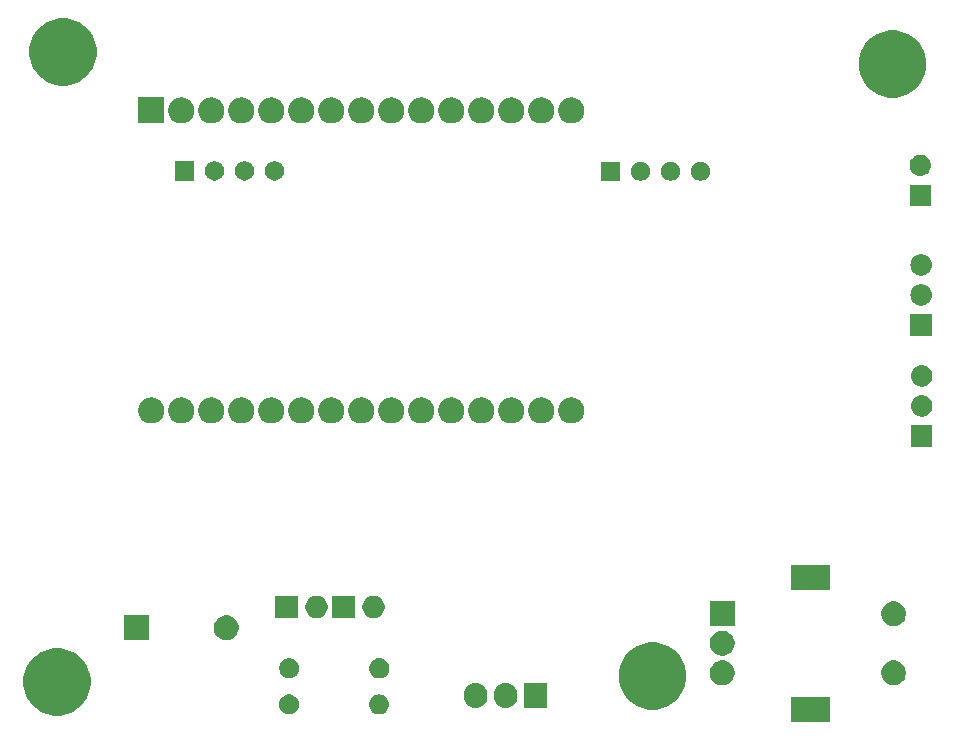
<source format=gbs>
G04 #@! TF.GenerationSoftware,KiCad,Pcbnew,(5.0.2)-1*
G04 #@! TF.CreationDate,2024-08-16T20:27:31+02:00*
G04 #@! TF.ProjectId,MashMachine,4d617368-4d61-4636-9869-6e652e6b6963,rev?*
G04 #@! TF.SameCoordinates,Original*
G04 #@! TF.FileFunction,Soldermask,Bot*
G04 #@! TF.FilePolarity,Negative*
%FSLAX46Y46*%
G04 Gerber Fmt 4.6, Leading zero omitted, Abs format (unit mm)*
G04 Created by KiCad (PCBNEW (5.0.2)-1) date 08/16/24 20:27:31*
%MOMM*%
%LPD*%
G01*
G04 APERTURE LIST*
%ADD10C,0.100000*%
G04 APERTURE END LIST*
D10*
G36*
X166567500Y-140913500D02*
X163265500Y-140913500D01*
X163265500Y-138811500D01*
X166567500Y-138811500D01*
X166567500Y-140913500D01*
X166567500Y-140913500D01*
G37*
G36*
X101648202Y-134744781D02*
X101923606Y-134799562D01*
X102442455Y-135014476D01*
X102743447Y-135215593D01*
X102909410Y-135326486D01*
X103306514Y-135723590D01*
X103306516Y-135723593D01*
X103618524Y-136190545D01*
X103833438Y-136709394D01*
X103864592Y-136866016D01*
X103943000Y-137260200D01*
X103943000Y-137821800D01*
X103892379Y-138076288D01*
X103833438Y-138372606D01*
X103618524Y-138891455D01*
X103380612Y-139247514D01*
X103306514Y-139358410D01*
X102909410Y-139755514D01*
X102909407Y-139755516D01*
X102442455Y-140067524D01*
X101923606Y-140282438D01*
X101372800Y-140392000D01*
X100811200Y-140392000D01*
X100260394Y-140282438D01*
X99741545Y-140067524D01*
X99274593Y-139755516D01*
X99274590Y-139755514D01*
X98877486Y-139358410D01*
X98803388Y-139247514D01*
X98565476Y-138891455D01*
X98350562Y-138372606D01*
X98291621Y-138076288D01*
X98241000Y-137821800D01*
X98241000Y-137260200D01*
X98319408Y-136866016D01*
X98350562Y-136709394D01*
X98565476Y-136190545D01*
X98877484Y-135723593D01*
X98877486Y-135723590D01*
X99274590Y-135326486D01*
X99440553Y-135215593D01*
X99741545Y-135014476D01*
X100260394Y-134799562D01*
X100535798Y-134744781D01*
X100811200Y-134690000D01*
X101372800Y-134690000D01*
X101648202Y-134744781D01*
X101648202Y-134744781D01*
G37*
G36*
X120974428Y-138624893D02*
X121129300Y-138689043D01*
X121268681Y-138782175D01*
X121387215Y-138900709D01*
X121480347Y-139040090D01*
X121544497Y-139194962D01*
X121577200Y-139359374D01*
X121577200Y-139527006D01*
X121544497Y-139691418D01*
X121480347Y-139846290D01*
X121387215Y-139985671D01*
X121268681Y-140104205D01*
X121129300Y-140197337D01*
X120974428Y-140261487D01*
X120810016Y-140294190D01*
X120642384Y-140294190D01*
X120477972Y-140261487D01*
X120323100Y-140197337D01*
X120183719Y-140104205D01*
X120065185Y-139985671D01*
X119972053Y-139846290D01*
X119907903Y-139691418D01*
X119875200Y-139527006D01*
X119875200Y-139359374D01*
X119907903Y-139194962D01*
X119972053Y-139040090D01*
X120065185Y-138900709D01*
X120183719Y-138782175D01*
X120323100Y-138689043D01*
X120477972Y-138624893D01*
X120642384Y-138592190D01*
X120810016Y-138592190D01*
X120974428Y-138624893D01*
X120974428Y-138624893D01*
G37*
G36*
X128513021Y-138604503D02*
X128513024Y-138604504D01*
X128513025Y-138604504D01*
X128673439Y-138653165D01*
X128673441Y-138653166D01*
X128673444Y-138653167D01*
X128821278Y-138732185D01*
X128950859Y-138838531D01*
X129057205Y-138968112D01*
X129136223Y-139115946D01*
X129136224Y-139115949D01*
X129136225Y-139115951D01*
X129184886Y-139276365D01*
X129184887Y-139276369D01*
X129201317Y-139443190D01*
X129184887Y-139610011D01*
X129184886Y-139610014D01*
X129184886Y-139610015D01*
X129140749Y-139755516D01*
X129136223Y-139770434D01*
X129057205Y-139918268D01*
X128950859Y-140047849D01*
X128821278Y-140154195D01*
X128673444Y-140233213D01*
X128673441Y-140233214D01*
X128673439Y-140233215D01*
X128513025Y-140281876D01*
X128513024Y-140281876D01*
X128513021Y-140281877D01*
X128388004Y-140294190D01*
X128304396Y-140294190D01*
X128179379Y-140281877D01*
X128179376Y-140281876D01*
X128179375Y-140281876D01*
X128018961Y-140233215D01*
X128018959Y-140233214D01*
X128018956Y-140233213D01*
X127871122Y-140154195D01*
X127741541Y-140047849D01*
X127635195Y-139918268D01*
X127556177Y-139770434D01*
X127551652Y-139755516D01*
X127507514Y-139610015D01*
X127507514Y-139610014D01*
X127507513Y-139610011D01*
X127491083Y-139443190D01*
X127507513Y-139276369D01*
X127507514Y-139276365D01*
X127556175Y-139115951D01*
X127556176Y-139115949D01*
X127556177Y-139115946D01*
X127635195Y-138968112D01*
X127741541Y-138838531D01*
X127871122Y-138732185D01*
X128018956Y-138653167D01*
X128018959Y-138653166D01*
X128018961Y-138653165D01*
X128179375Y-138604504D01*
X128179376Y-138604504D01*
X128179379Y-138604503D01*
X128304396Y-138592190D01*
X128388004Y-138592190D01*
X128513021Y-138604503D01*
X128513021Y-138604503D01*
G37*
G36*
X152342606Y-134291562D02*
X152861455Y-134506476D01*
X153241381Y-134760335D01*
X153328410Y-134818486D01*
X153725514Y-135215590D01*
X153725516Y-135215593D01*
X154037524Y-135682545D01*
X154252438Y-136201394D01*
X154273809Y-136308834D01*
X154353486Y-136709395D01*
X154362000Y-136752201D01*
X154362000Y-137313799D01*
X154252438Y-137864606D01*
X154037524Y-138383455D01*
X153751513Y-138811500D01*
X153725514Y-138850410D01*
X153328410Y-139247514D01*
X153328407Y-139247516D01*
X152861455Y-139559524D01*
X152342606Y-139774438D01*
X152067202Y-139829219D01*
X151791800Y-139884000D01*
X151230200Y-139884000D01*
X150954798Y-139829219D01*
X150679394Y-139774438D01*
X150160545Y-139559524D01*
X149693593Y-139247516D01*
X149693590Y-139247514D01*
X149296486Y-138850410D01*
X149270487Y-138811500D01*
X148984476Y-138383455D01*
X148769562Y-137864606D01*
X148660000Y-137313799D01*
X148660000Y-136752201D01*
X148668515Y-136709395D01*
X148748191Y-136308834D01*
X148769562Y-136201394D01*
X148984476Y-135682545D01*
X149296484Y-135215593D01*
X149296486Y-135215590D01*
X149693590Y-134818486D01*
X149780619Y-134760335D01*
X150160545Y-134506476D01*
X150679394Y-134291562D01*
X151230200Y-134182000D01*
X151791800Y-134182000D01*
X152342606Y-134291562D01*
X152342606Y-134291562D01*
G37*
G36*
X136721720Y-137647520D02*
X136910881Y-137704901D01*
X137085212Y-137798083D01*
X137238015Y-137923485D01*
X137363417Y-138076288D01*
X137456599Y-138250620D01*
X137513980Y-138439781D01*
X137528500Y-138587207D01*
X137528500Y-138780794D01*
X137513980Y-138928220D01*
X137456599Y-139117381D01*
X137363417Y-139291712D01*
X137238015Y-139444515D01*
X137085212Y-139569917D01*
X136910880Y-139663099D01*
X136721719Y-139720480D01*
X136525000Y-139739855D01*
X136328280Y-139720480D01*
X136139119Y-139663099D01*
X135964788Y-139569917D01*
X135811985Y-139444515D01*
X135686583Y-139291712D01*
X135593401Y-139117380D01*
X135536020Y-138928219D01*
X135521500Y-138780793D01*
X135521500Y-138587206D01*
X135536020Y-138439780D01*
X135593401Y-138250619D01*
X135686583Y-138076288D01*
X135811985Y-137923485D01*
X135964788Y-137798083D01*
X136139120Y-137704901D01*
X136328281Y-137647520D01*
X136525000Y-137628145D01*
X136721720Y-137647520D01*
X136721720Y-137647520D01*
G37*
G36*
X139261720Y-137647520D02*
X139450881Y-137704901D01*
X139625212Y-137798083D01*
X139778015Y-137923485D01*
X139903417Y-138076288D01*
X139996599Y-138250620D01*
X140053980Y-138439781D01*
X140068500Y-138587207D01*
X140068500Y-138780794D01*
X140053980Y-138928220D01*
X139996599Y-139117381D01*
X139903417Y-139291712D01*
X139778015Y-139444515D01*
X139625212Y-139569917D01*
X139450880Y-139663099D01*
X139261719Y-139720480D01*
X139065000Y-139739855D01*
X138868280Y-139720480D01*
X138679119Y-139663099D01*
X138504788Y-139569917D01*
X138351985Y-139444515D01*
X138226583Y-139291712D01*
X138133401Y-139117380D01*
X138076020Y-138928219D01*
X138061500Y-138780793D01*
X138061500Y-138587206D01*
X138076020Y-138439780D01*
X138133401Y-138250619D01*
X138226583Y-138076288D01*
X138351985Y-137923485D01*
X138504788Y-137798083D01*
X138679120Y-137704901D01*
X138868281Y-137647520D01*
X139065000Y-137628145D01*
X139261720Y-137647520D01*
X139261720Y-137647520D01*
G37*
G36*
X142608500Y-139735000D02*
X140601500Y-139735000D01*
X140601500Y-137633000D01*
X142608500Y-137633000D01*
X142608500Y-139735000D01*
X142608500Y-139735000D01*
G37*
G36*
X157723065Y-135751889D02*
X157914334Y-135831115D01*
X158086476Y-135946137D01*
X158232863Y-136092524D01*
X158347885Y-136264666D01*
X158427111Y-136455935D01*
X158467500Y-136658984D01*
X158467500Y-136866016D01*
X158427111Y-137069065D01*
X158347885Y-137260334D01*
X158232863Y-137432476D01*
X158086476Y-137578863D01*
X157914334Y-137693885D01*
X157723065Y-137773111D01*
X157520016Y-137813500D01*
X157312984Y-137813500D01*
X157109935Y-137773111D01*
X156918666Y-137693885D01*
X156746524Y-137578863D01*
X156600137Y-137432476D01*
X156485115Y-137260334D01*
X156405889Y-137069065D01*
X156365500Y-136866016D01*
X156365500Y-136658984D01*
X156405889Y-136455935D01*
X156485115Y-136264666D01*
X156600137Y-136092524D01*
X156746524Y-135946137D01*
X156918666Y-135831115D01*
X157109935Y-135751889D01*
X157312984Y-135711500D01*
X157520016Y-135711500D01*
X157723065Y-135751889D01*
X157723065Y-135751889D01*
G37*
G36*
X172223065Y-135751889D02*
X172414334Y-135831115D01*
X172586476Y-135946137D01*
X172732863Y-136092524D01*
X172847885Y-136264666D01*
X172927111Y-136455935D01*
X172967500Y-136658984D01*
X172967500Y-136866016D01*
X172927111Y-137069065D01*
X172847885Y-137260334D01*
X172732863Y-137432476D01*
X172586476Y-137578863D01*
X172414334Y-137693885D01*
X172223065Y-137773111D01*
X172020016Y-137813500D01*
X171812984Y-137813500D01*
X171609935Y-137773111D01*
X171418666Y-137693885D01*
X171246524Y-137578863D01*
X171100137Y-137432476D01*
X170985115Y-137260334D01*
X170905889Y-137069065D01*
X170865500Y-136866016D01*
X170865500Y-136658984D01*
X170905889Y-136455935D01*
X170985115Y-136264666D01*
X171100137Y-136092524D01*
X171246524Y-135946137D01*
X171418666Y-135831115D01*
X171609935Y-135751889D01*
X171812984Y-135711500D01*
X172020016Y-135711500D01*
X172223065Y-135751889D01*
X172223065Y-135751889D01*
G37*
G36*
X128535881Y-135553963D02*
X128535884Y-135553964D01*
X128535885Y-135553964D01*
X128696299Y-135602625D01*
X128696301Y-135602626D01*
X128696304Y-135602627D01*
X128844138Y-135681645D01*
X128973719Y-135787991D01*
X129080065Y-135917572D01*
X129159083Y-136065406D01*
X129159084Y-136065409D01*
X129159085Y-136065411D01*
X129197044Y-136190545D01*
X129207747Y-136225829D01*
X129224177Y-136392650D01*
X129207747Y-136559471D01*
X129207746Y-136559474D01*
X129207746Y-136559475D01*
X129162269Y-136709394D01*
X129159083Y-136719894D01*
X129080065Y-136867728D01*
X128973719Y-136997309D01*
X128844138Y-137103655D01*
X128696304Y-137182673D01*
X128696301Y-137182674D01*
X128696299Y-137182675D01*
X128535885Y-137231336D01*
X128535884Y-137231336D01*
X128535881Y-137231337D01*
X128410864Y-137243650D01*
X128327256Y-137243650D01*
X128202239Y-137231337D01*
X128202236Y-137231336D01*
X128202235Y-137231336D01*
X128041821Y-137182675D01*
X128041819Y-137182674D01*
X128041816Y-137182673D01*
X127893982Y-137103655D01*
X127764401Y-136997309D01*
X127658055Y-136867728D01*
X127579037Y-136719894D01*
X127575852Y-136709394D01*
X127530374Y-136559475D01*
X127530374Y-136559474D01*
X127530373Y-136559471D01*
X127513943Y-136392650D01*
X127530373Y-136225829D01*
X127541076Y-136190545D01*
X127579035Y-136065411D01*
X127579036Y-136065409D01*
X127579037Y-136065406D01*
X127658055Y-135917572D01*
X127764401Y-135787991D01*
X127893982Y-135681645D01*
X128041816Y-135602627D01*
X128041819Y-135602626D01*
X128041821Y-135602625D01*
X128202235Y-135553964D01*
X128202236Y-135553964D01*
X128202239Y-135553963D01*
X128327256Y-135541650D01*
X128410864Y-135541650D01*
X128535881Y-135553963D01*
X128535881Y-135553963D01*
G37*
G36*
X120997288Y-135574353D02*
X121152160Y-135638503D01*
X121291541Y-135731635D01*
X121410075Y-135850169D01*
X121503207Y-135989550D01*
X121567357Y-136144422D01*
X121600060Y-136308834D01*
X121600060Y-136476466D01*
X121567357Y-136640878D01*
X121503207Y-136795750D01*
X121410075Y-136935131D01*
X121291541Y-137053665D01*
X121152160Y-137146797D01*
X120997288Y-137210947D01*
X120832876Y-137243650D01*
X120665244Y-137243650D01*
X120500832Y-137210947D01*
X120345960Y-137146797D01*
X120206579Y-137053665D01*
X120088045Y-136935131D01*
X119994913Y-136795750D01*
X119930763Y-136640878D01*
X119898060Y-136476466D01*
X119898060Y-136308834D01*
X119930763Y-136144422D01*
X119994913Y-135989550D01*
X120088045Y-135850169D01*
X120206579Y-135731635D01*
X120345960Y-135638503D01*
X120500832Y-135574353D01*
X120665244Y-135541650D01*
X120832876Y-135541650D01*
X120997288Y-135574353D01*
X120997288Y-135574353D01*
G37*
G36*
X157723065Y-133251889D02*
X157914334Y-133331115D01*
X158086476Y-133446137D01*
X158232863Y-133592524D01*
X158347885Y-133764666D01*
X158427111Y-133955935D01*
X158467500Y-134158984D01*
X158467500Y-134366016D01*
X158427111Y-134569065D01*
X158347885Y-134760334D01*
X158232863Y-134932476D01*
X158086476Y-135078863D01*
X157914334Y-135193885D01*
X157723065Y-135273111D01*
X157520016Y-135313500D01*
X157312984Y-135313500D01*
X157109935Y-135273111D01*
X156918666Y-135193885D01*
X156746524Y-135078863D01*
X156600137Y-134932476D01*
X156485115Y-134760334D01*
X156405889Y-134569065D01*
X156365500Y-134366016D01*
X156365500Y-134158984D01*
X156405889Y-133955935D01*
X156485115Y-133764666D01*
X156600137Y-133592524D01*
X156746524Y-133446137D01*
X156918666Y-133331115D01*
X157109935Y-133251889D01*
X157312984Y-133211500D01*
X157520016Y-133211500D01*
X157723065Y-133251889D01*
X157723065Y-133251889D01*
G37*
G36*
X108884160Y-133999680D02*
X106782160Y-133999680D01*
X106782160Y-131897680D01*
X108884160Y-131897680D01*
X108884160Y-133999680D01*
X108884160Y-133999680D01*
G37*
G36*
X115739725Y-131938069D02*
X115930994Y-132017295D01*
X116103136Y-132132317D01*
X116249523Y-132278704D01*
X116364545Y-132450846D01*
X116443771Y-132642115D01*
X116484160Y-132845164D01*
X116484160Y-133052196D01*
X116443771Y-133255245D01*
X116364545Y-133446514D01*
X116249523Y-133618656D01*
X116103136Y-133765043D01*
X115930994Y-133880065D01*
X115739725Y-133959291D01*
X115536676Y-133999680D01*
X115329644Y-133999680D01*
X115126595Y-133959291D01*
X114935326Y-133880065D01*
X114763184Y-133765043D01*
X114616797Y-133618656D01*
X114501775Y-133446514D01*
X114422549Y-133255245D01*
X114382160Y-133052196D01*
X114382160Y-132845164D01*
X114422549Y-132642115D01*
X114501775Y-132450846D01*
X114616797Y-132278704D01*
X114763184Y-132132317D01*
X114935326Y-132017295D01*
X115126595Y-131938069D01*
X115329644Y-131897680D01*
X115536676Y-131897680D01*
X115739725Y-131938069D01*
X115739725Y-131938069D01*
G37*
G36*
X172223065Y-130751889D02*
X172414334Y-130831115D01*
X172586476Y-130946137D01*
X172732863Y-131092524D01*
X172847885Y-131264666D01*
X172927111Y-131455935D01*
X172967500Y-131658984D01*
X172967500Y-131866016D01*
X172927111Y-132069065D01*
X172847885Y-132260334D01*
X172732863Y-132432476D01*
X172586476Y-132578863D01*
X172414334Y-132693885D01*
X172223065Y-132773111D01*
X172020016Y-132813500D01*
X171812984Y-132813500D01*
X171609935Y-132773111D01*
X171418666Y-132693885D01*
X171246524Y-132578863D01*
X171100137Y-132432476D01*
X170985115Y-132260334D01*
X170905889Y-132069065D01*
X170865500Y-131866016D01*
X170865500Y-131658984D01*
X170905889Y-131455935D01*
X170985115Y-131264666D01*
X171100137Y-131092524D01*
X171246524Y-130946137D01*
X171418666Y-130831115D01*
X171609935Y-130751889D01*
X171812984Y-130711500D01*
X172020016Y-130711500D01*
X172223065Y-130751889D01*
X172223065Y-130751889D01*
G37*
G36*
X158467500Y-132813500D02*
X156365500Y-132813500D01*
X156365500Y-130711500D01*
X158467500Y-130711500D01*
X158467500Y-132813500D01*
X158467500Y-132813500D01*
G37*
G36*
X128166396Y-130276546D02*
X128339466Y-130348234D01*
X128495230Y-130452312D01*
X128627688Y-130584770D01*
X128731766Y-130740534D01*
X128803454Y-130913604D01*
X128840000Y-131097333D01*
X128840000Y-131284667D01*
X128803454Y-131468396D01*
X128731766Y-131641466D01*
X128627688Y-131797230D01*
X128495230Y-131929688D01*
X128339466Y-132033766D01*
X128166396Y-132105454D01*
X127982667Y-132142000D01*
X127795333Y-132142000D01*
X127611604Y-132105454D01*
X127438534Y-132033766D01*
X127282770Y-131929688D01*
X127150312Y-131797230D01*
X127046234Y-131641466D01*
X126974546Y-131468396D01*
X126938000Y-131284667D01*
X126938000Y-131097333D01*
X126974546Y-130913604D01*
X127046234Y-130740534D01*
X127150312Y-130584770D01*
X127282770Y-130452312D01*
X127438534Y-130348234D01*
X127611604Y-130276546D01*
X127795333Y-130240000D01*
X127982667Y-130240000D01*
X128166396Y-130276546D01*
X128166396Y-130276546D01*
G37*
G36*
X126300000Y-132142000D02*
X124398000Y-132142000D01*
X124398000Y-130240000D01*
X126300000Y-130240000D01*
X126300000Y-132142000D01*
X126300000Y-132142000D01*
G37*
G36*
X123340396Y-130276546D02*
X123513466Y-130348234D01*
X123669230Y-130452312D01*
X123801688Y-130584770D01*
X123905766Y-130740534D01*
X123977454Y-130913604D01*
X124014000Y-131097333D01*
X124014000Y-131284667D01*
X123977454Y-131468396D01*
X123905766Y-131641466D01*
X123801688Y-131797230D01*
X123669230Y-131929688D01*
X123513466Y-132033766D01*
X123340396Y-132105454D01*
X123156667Y-132142000D01*
X122969333Y-132142000D01*
X122785604Y-132105454D01*
X122612534Y-132033766D01*
X122456770Y-131929688D01*
X122324312Y-131797230D01*
X122220234Y-131641466D01*
X122148546Y-131468396D01*
X122112000Y-131284667D01*
X122112000Y-131097333D01*
X122148546Y-130913604D01*
X122220234Y-130740534D01*
X122324312Y-130584770D01*
X122456770Y-130452312D01*
X122612534Y-130348234D01*
X122785604Y-130276546D01*
X122969333Y-130240000D01*
X123156667Y-130240000D01*
X123340396Y-130276546D01*
X123340396Y-130276546D01*
G37*
G36*
X121474000Y-132142000D02*
X119572000Y-132142000D01*
X119572000Y-130240000D01*
X121474000Y-130240000D01*
X121474000Y-132142000D01*
X121474000Y-132142000D01*
G37*
G36*
X166567500Y-129713500D02*
X163265500Y-129713500D01*
X163265500Y-127611500D01*
X166567500Y-127611500D01*
X166567500Y-129713500D01*
X166567500Y-129713500D01*
G37*
G36*
X175208500Y-117614000D02*
X173406500Y-117614000D01*
X173406500Y-115812000D01*
X175208500Y-115812000D01*
X175208500Y-117614000D01*
X175208500Y-117614000D01*
G37*
G36*
X144793764Y-113462587D02*
X144953442Y-113494349D01*
X145153993Y-113577420D01*
X145292561Y-113670009D01*
X145334487Y-113698023D01*
X145487977Y-113851513D01*
X145487979Y-113851516D01*
X145608580Y-114032007D01*
X145691651Y-114232558D01*
X145714937Y-114349625D01*
X145734000Y-114445461D01*
X145734000Y-114662539D01*
X145731324Y-114675991D01*
X145691651Y-114875442D01*
X145608580Y-115075993D01*
X145488523Y-115255670D01*
X145487977Y-115256487D01*
X145334487Y-115409977D01*
X145334484Y-115409979D01*
X145153993Y-115530580D01*
X144953442Y-115613651D01*
X144793764Y-115645413D01*
X144740539Y-115656000D01*
X144523461Y-115656000D01*
X144470236Y-115645413D01*
X144310558Y-115613651D01*
X144110007Y-115530580D01*
X143929516Y-115409979D01*
X143929513Y-115409977D01*
X143776023Y-115256487D01*
X143775477Y-115255670D01*
X143655420Y-115075993D01*
X143572349Y-114875442D01*
X143532676Y-114675991D01*
X143530000Y-114662539D01*
X143530000Y-114445461D01*
X143549063Y-114349625D01*
X143572349Y-114232558D01*
X143655420Y-114032007D01*
X143776021Y-113851516D01*
X143776023Y-113851513D01*
X143929513Y-113698023D01*
X143971439Y-113670009D01*
X144110007Y-113577420D01*
X144310558Y-113494349D01*
X144470236Y-113462587D01*
X144523461Y-113452000D01*
X144740539Y-113452000D01*
X144793764Y-113462587D01*
X144793764Y-113462587D01*
G37*
G36*
X142253764Y-113462587D02*
X142413442Y-113494349D01*
X142613993Y-113577420D01*
X142752561Y-113670009D01*
X142794487Y-113698023D01*
X142947977Y-113851513D01*
X142947979Y-113851516D01*
X143068580Y-114032007D01*
X143151651Y-114232558D01*
X143174937Y-114349625D01*
X143194000Y-114445461D01*
X143194000Y-114662539D01*
X143191324Y-114675991D01*
X143151651Y-114875442D01*
X143068580Y-115075993D01*
X142948523Y-115255670D01*
X142947977Y-115256487D01*
X142794487Y-115409977D01*
X142794484Y-115409979D01*
X142613993Y-115530580D01*
X142413442Y-115613651D01*
X142253764Y-115645413D01*
X142200539Y-115656000D01*
X141983461Y-115656000D01*
X141930236Y-115645413D01*
X141770558Y-115613651D01*
X141570007Y-115530580D01*
X141389516Y-115409979D01*
X141389513Y-115409977D01*
X141236023Y-115256487D01*
X141235477Y-115255670D01*
X141115420Y-115075993D01*
X141032349Y-114875442D01*
X140992676Y-114675991D01*
X140990000Y-114662539D01*
X140990000Y-114445461D01*
X141009063Y-114349625D01*
X141032349Y-114232558D01*
X141115420Y-114032007D01*
X141236021Y-113851516D01*
X141236023Y-113851513D01*
X141389513Y-113698023D01*
X141431439Y-113670009D01*
X141570007Y-113577420D01*
X141770558Y-113494349D01*
X141930236Y-113462587D01*
X141983461Y-113452000D01*
X142200539Y-113452000D01*
X142253764Y-113462587D01*
X142253764Y-113462587D01*
G37*
G36*
X139713764Y-113462587D02*
X139873442Y-113494349D01*
X140073993Y-113577420D01*
X140212561Y-113670009D01*
X140254487Y-113698023D01*
X140407977Y-113851513D01*
X140407979Y-113851516D01*
X140528580Y-114032007D01*
X140611651Y-114232558D01*
X140634937Y-114349625D01*
X140654000Y-114445461D01*
X140654000Y-114662539D01*
X140651324Y-114675991D01*
X140611651Y-114875442D01*
X140528580Y-115075993D01*
X140408523Y-115255670D01*
X140407977Y-115256487D01*
X140254487Y-115409977D01*
X140254484Y-115409979D01*
X140073993Y-115530580D01*
X139873442Y-115613651D01*
X139713764Y-115645413D01*
X139660539Y-115656000D01*
X139443461Y-115656000D01*
X139390236Y-115645413D01*
X139230558Y-115613651D01*
X139030007Y-115530580D01*
X138849516Y-115409979D01*
X138849513Y-115409977D01*
X138696023Y-115256487D01*
X138695477Y-115255670D01*
X138575420Y-115075993D01*
X138492349Y-114875442D01*
X138452676Y-114675991D01*
X138450000Y-114662539D01*
X138450000Y-114445461D01*
X138469063Y-114349625D01*
X138492349Y-114232558D01*
X138575420Y-114032007D01*
X138696021Y-113851516D01*
X138696023Y-113851513D01*
X138849513Y-113698023D01*
X138891439Y-113670009D01*
X139030007Y-113577420D01*
X139230558Y-113494349D01*
X139390236Y-113462587D01*
X139443461Y-113452000D01*
X139660539Y-113452000D01*
X139713764Y-113462587D01*
X139713764Y-113462587D01*
G37*
G36*
X137173764Y-113462587D02*
X137333442Y-113494349D01*
X137533993Y-113577420D01*
X137672561Y-113670009D01*
X137714487Y-113698023D01*
X137867977Y-113851513D01*
X137867979Y-113851516D01*
X137988580Y-114032007D01*
X138071651Y-114232558D01*
X138094937Y-114349625D01*
X138114000Y-114445461D01*
X138114000Y-114662539D01*
X138111324Y-114675991D01*
X138071651Y-114875442D01*
X137988580Y-115075993D01*
X137868523Y-115255670D01*
X137867977Y-115256487D01*
X137714487Y-115409977D01*
X137714484Y-115409979D01*
X137533993Y-115530580D01*
X137333442Y-115613651D01*
X137173764Y-115645413D01*
X137120539Y-115656000D01*
X136903461Y-115656000D01*
X136850236Y-115645413D01*
X136690558Y-115613651D01*
X136490007Y-115530580D01*
X136309516Y-115409979D01*
X136309513Y-115409977D01*
X136156023Y-115256487D01*
X136155477Y-115255670D01*
X136035420Y-115075993D01*
X135952349Y-114875442D01*
X135912676Y-114675991D01*
X135910000Y-114662539D01*
X135910000Y-114445461D01*
X135929063Y-114349625D01*
X135952349Y-114232558D01*
X136035420Y-114032007D01*
X136156021Y-113851516D01*
X136156023Y-113851513D01*
X136309513Y-113698023D01*
X136351439Y-113670009D01*
X136490007Y-113577420D01*
X136690558Y-113494349D01*
X136850236Y-113462587D01*
X136903461Y-113452000D01*
X137120539Y-113452000D01*
X137173764Y-113462587D01*
X137173764Y-113462587D01*
G37*
G36*
X134633764Y-113462587D02*
X134793442Y-113494349D01*
X134993993Y-113577420D01*
X135132561Y-113670009D01*
X135174487Y-113698023D01*
X135327977Y-113851513D01*
X135327979Y-113851516D01*
X135448580Y-114032007D01*
X135531651Y-114232558D01*
X135554937Y-114349625D01*
X135574000Y-114445461D01*
X135574000Y-114662539D01*
X135571324Y-114675991D01*
X135531651Y-114875442D01*
X135448580Y-115075993D01*
X135328523Y-115255670D01*
X135327977Y-115256487D01*
X135174487Y-115409977D01*
X135174484Y-115409979D01*
X134993993Y-115530580D01*
X134793442Y-115613651D01*
X134633764Y-115645413D01*
X134580539Y-115656000D01*
X134363461Y-115656000D01*
X134310236Y-115645413D01*
X134150558Y-115613651D01*
X133950007Y-115530580D01*
X133769516Y-115409979D01*
X133769513Y-115409977D01*
X133616023Y-115256487D01*
X133615477Y-115255670D01*
X133495420Y-115075993D01*
X133412349Y-114875442D01*
X133372676Y-114675991D01*
X133370000Y-114662539D01*
X133370000Y-114445461D01*
X133389063Y-114349625D01*
X133412349Y-114232558D01*
X133495420Y-114032007D01*
X133616021Y-113851516D01*
X133616023Y-113851513D01*
X133769513Y-113698023D01*
X133811439Y-113670009D01*
X133950007Y-113577420D01*
X134150558Y-113494349D01*
X134310236Y-113462587D01*
X134363461Y-113452000D01*
X134580539Y-113452000D01*
X134633764Y-113462587D01*
X134633764Y-113462587D01*
G37*
G36*
X132093764Y-113462587D02*
X132253442Y-113494349D01*
X132453993Y-113577420D01*
X132592561Y-113670009D01*
X132634487Y-113698023D01*
X132787977Y-113851513D01*
X132787979Y-113851516D01*
X132908580Y-114032007D01*
X132991651Y-114232558D01*
X133014937Y-114349625D01*
X133034000Y-114445461D01*
X133034000Y-114662539D01*
X133031324Y-114675991D01*
X132991651Y-114875442D01*
X132908580Y-115075993D01*
X132788523Y-115255670D01*
X132787977Y-115256487D01*
X132634487Y-115409977D01*
X132634484Y-115409979D01*
X132453993Y-115530580D01*
X132253442Y-115613651D01*
X132093764Y-115645413D01*
X132040539Y-115656000D01*
X131823461Y-115656000D01*
X131770236Y-115645413D01*
X131610558Y-115613651D01*
X131410007Y-115530580D01*
X131229516Y-115409979D01*
X131229513Y-115409977D01*
X131076023Y-115256487D01*
X131075477Y-115255670D01*
X130955420Y-115075993D01*
X130872349Y-114875442D01*
X130832676Y-114675991D01*
X130830000Y-114662539D01*
X130830000Y-114445461D01*
X130849063Y-114349625D01*
X130872349Y-114232558D01*
X130955420Y-114032007D01*
X131076021Y-113851516D01*
X131076023Y-113851513D01*
X131229513Y-113698023D01*
X131271439Y-113670009D01*
X131410007Y-113577420D01*
X131610558Y-113494349D01*
X131770236Y-113462587D01*
X131823461Y-113452000D01*
X132040539Y-113452000D01*
X132093764Y-113462587D01*
X132093764Y-113462587D01*
G37*
G36*
X129553764Y-113462587D02*
X129713442Y-113494349D01*
X129913993Y-113577420D01*
X130052561Y-113670009D01*
X130094487Y-113698023D01*
X130247977Y-113851513D01*
X130247979Y-113851516D01*
X130368580Y-114032007D01*
X130451651Y-114232558D01*
X130474937Y-114349625D01*
X130494000Y-114445461D01*
X130494000Y-114662539D01*
X130491324Y-114675991D01*
X130451651Y-114875442D01*
X130368580Y-115075993D01*
X130248523Y-115255670D01*
X130247977Y-115256487D01*
X130094487Y-115409977D01*
X130094484Y-115409979D01*
X129913993Y-115530580D01*
X129713442Y-115613651D01*
X129553764Y-115645413D01*
X129500539Y-115656000D01*
X129283461Y-115656000D01*
X129230236Y-115645413D01*
X129070558Y-115613651D01*
X128870007Y-115530580D01*
X128689516Y-115409979D01*
X128689513Y-115409977D01*
X128536023Y-115256487D01*
X128535477Y-115255670D01*
X128415420Y-115075993D01*
X128332349Y-114875442D01*
X128292676Y-114675991D01*
X128290000Y-114662539D01*
X128290000Y-114445461D01*
X128309063Y-114349625D01*
X128332349Y-114232558D01*
X128415420Y-114032007D01*
X128536021Y-113851516D01*
X128536023Y-113851513D01*
X128689513Y-113698023D01*
X128731439Y-113670009D01*
X128870007Y-113577420D01*
X129070558Y-113494349D01*
X129230236Y-113462587D01*
X129283461Y-113452000D01*
X129500539Y-113452000D01*
X129553764Y-113462587D01*
X129553764Y-113462587D01*
G37*
G36*
X124473764Y-113462587D02*
X124633442Y-113494349D01*
X124833993Y-113577420D01*
X124972561Y-113670009D01*
X125014487Y-113698023D01*
X125167977Y-113851513D01*
X125167979Y-113851516D01*
X125288580Y-114032007D01*
X125371651Y-114232558D01*
X125394937Y-114349625D01*
X125414000Y-114445461D01*
X125414000Y-114662539D01*
X125411324Y-114675991D01*
X125371651Y-114875442D01*
X125288580Y-115075993D01*
X125168523Y-115255670D01*
X125167977Y-115256487D01*
X125014487Y-115409977D01*
X125014484Y-115409979D01*
X124833993Y-115530580D01*
X124633442Y-115613651D01*
X124473764Y-115645413D01*
X124420539Y-115656000D01*
X124203461Y-115656000D01*
X124150236Y-115645413D01*
X123990558Y-115613651D01*
X123790007Y-115530580D01*
X123609516Y-115409979D01*
X123609513Y-115409977D01*
X123456023Y-115256487D01*
X123455477Y-115255670D01*
X123335420Y-115075993D01*
X123252349Y-114875442D01*
X123212676Y-114675991D01*
X123210000Y-114662539D01*
X123210000Y-114445461D01*
X123229063Y-114349625D01*
X123252349Y-114232558D01*
X123335420Y-114032007D01*
X123456021Y-113851516D01*
X123456023Y-113851513D01*
X123609513Y-113698023D01*
X123651439Y-113670009D01*
X123790007Y-113577420D01*
X123990558Y-113494349D01*
X124150236Y-113462587D01*
X124203461Y-113452000D01*
X124420539Y-113452000D01*
X124473764Y-113462587D01*
X124473764Y-113462587D01*
G37*
G36*
X127013764Y-113462587D02*
X127173442Y-113494349D01*
X127373993Y-113577420D01*
X127512561Y-113670009D01*
X127554487Y-113698023D01*
X127707977Y-113851513D01*
X127707979Y-113851516D01*
X127828580Y-114032007D01*
X127911651Y-114232558D01*
X127934937Y-114349625D01*
X127954000Y-114445461D01*
X127954000Y-114662539D01*
X127951324Y-114675991D01*
X127911651Y-114875442D01*
X127828580Y-115075993D01*
X127708523Y-115255670D01*
X127707977Y-115256487D01*
X127554487Y-115409977D01*
X127554484Y-115409979D01*
X127373993Y-115530580D01*
X127173442Y-115613651D01*
X127013764Y-115645413D01*
X126960539Y-115656000D01*
X126743461Y-115656000D01*
X126690236Y-115645413D01*
X126530558Y-115613651D01*
X126330007Y-115530580D01*
X126149516Y-115409979D01*
X126149513Y-115409977D01*
X125996023Y-115256487D01*
X125995477Y-115255670D01*
X125875420Y-115075993D01*
X125792349Y-114875442D01*
X125752676Y-114675991D01*
X125750000Y-114662539D01*
X125750000Y-114445461D01*
X125769063Y-114349625D01*
X125792349Y-114232558D01*
X125875420Y-114032007D01*
X125996021Y-113851516D01*
X125996023Y-113851513D01*
X126149513Y-113698023D01*
X126191439Y-113670009D01*
X126330007Y-113577420D01*
X126530558Y-113494349D01*
X126690236Y-113462587D01*
X126743461Y-113452000D01*
X126960539Y-113452000D01*
X127013764Y-113462587D01*
X127013764Y-113462587D01*
G37*
G36*
X109233764Y-113462587D02*
X109393442Y-113494349D01*
X109593993Y-113577420D01*
X109732561Y-113670009D01*
X109774487Y-113698023D01*
X109927977Y-113851513D01*
X109927979Y-113851516D01*
X110048580Y-114032007D01*
X110131651Y-114232558D01*
X110154937Y-114349625D01*
X110174000Y-114445461D01*
X110174000Y-114662539D01*
X110171324Y-114675991D01*
X110131651Y-114875442D01*
X110048580Y-115075993D01*
X109928523Y-115255670D01*
X109927977Y-115256487D01*
X109774487Y-115409977D01*
X109774484Y-115409979D01*
X109593993Y-115530580D01*
X109393442Y-115613651D01*
X109233764Y-115645413D01*
X109180539Y-115656000D01*
X108963461Y-115656000D01*
X108910236Y-115645413D01*
X108750558Y-115613651D01*
X108550007Y-115530580D01*
X108369516Y-115409979D01*
X108369513Y-115409977D01*
X108216023Y-115256487D01*
X108215477Y-115255670D01*
X108095420Y-115075993D01*
X108012349Y-114875442D01*
X107972676Y-114675991D01*
X107970000Y-114662539D01*
X107970000Y-114445461D01*
X107989063Y-114349625D01*
X108012349Y-114232558D01*
X108095420Y-114032007D01*
X108216021Y-113851516D01*
X108216023Y-113851513D01*
X108369513Y-113698023D01*
X108411439Y-113670009D01*
X108550007Y-113577420D01*
X108750558Y-113494349D01*
X108910236Y-113462587D01*
X108963461Y-113452000D01*
X109180539Y-113452000D01*
X109233764Y-113462587D01*
X109233764Y-113462587D01*
G37*
G36*
X121933764Y-113462587D02*
X122093442Y-113494349D01*
X122293993Y-113577420D01*
X122432561Y-113670009D01*
X122474487Y-113698023D01*
X122627977Y-113851513D01*
X122627979Y-113851516D01*
X122748580Y-114032007D01*
X122831651Y-114232558D01*
X122854937Y-114349625D01*
X122874000Y-114445461D01*
X122874000Y-114662539D01*
X122871324Y-114675991D01*
X122831651Y-114875442D01*
X122748580Y-115075993D01*
X122628523Y-115255670D01*
X122627977Y-115256487D01*
X122474487Y-115409977D01*
X122474484Y-115409979D01*
X122293993Y-115530580D01*
X122093442Y-115613651D01*
X121933764Y-115645413D01*
X121880539Y-115656000D01*
X121663461Y-115656000D01*
X121610236Y-115645413D01*
X121450558Y-115613651D01*
X121250007Y-115530580D01*
X121069516Y-115409979D01*
X121069513Y-115409977D01*
X120916023Y-115256487D01*
X120915477Y-115255670D01*
X120795420Y-115075993D01*
X120712349Y-114875442D01*
X120672676Y-114675991D01*
X120670000Y-114662539D01*
X120670000Y-114445461D01*
X120689063Y-114349625D01*
X120712349Y-114232558D01*
X120795420Y-114032007D01*
X120916021Y-113851516D01*
X120916023Y-113851513D01*
X121069513Y-113698023D01*
X121111439Y-113670009D01*
X121250007Y-113577420D01*
X121450558Y-113494349D01*
X121610236Y-113462587D01*
X121663461Y-113452000D01*
X121880539Y-113452000D01*
X121933764Y-113462587D01*
X121933764Y-113462587D01*
G37*
G36*
X114313764Y-113462587D02*
X114473442Y-113494349D01*
X114673993Y-113577420D01*
X114812561Y-113670009D01*
X114854487Y-113698023D01*
X115007977Y-113851513D01*
X115007979Y-113851516D01*
X115128580Y-114032007D01*
X115211651Y-114232558D01*
X115234937Y-114349625D01*
X115254000Y-114445461D01*
X115254000Y-114662539D01*
X115251324Y-114675991D01*
X115211651Y-114875442D01*
X115128580Y-115075993D01*
X115008523Y-115255670D01*
X115007977Y-115256487D01*
X114854487Y-115409977D01*
X114854484Y-115409979D01*
X114673993Y-115530580D01*
X114473442Y-115613651D01*
X114313764Y-115645413D01*
X114260539Y-115656000D01*
X114043461Y-115656000D01*
X113990236Y-115645413D01*
X113830558Y-115613651D01*
X113630007Y-115530580D01*
X113449516Y-115409979D01*
X113449513Y-115409977D01*
X113296023Y-115256487D01*
X113295477Y-115255670D01*
X113175420Y-115075993D01*
X113092349Y-114875442D01*
X113052676Y-114675991D01*
X113050000Y-114662539D01*
X113050000Y-114445461D01*
X113069063Y-114349625D01*
X113092349Y-114232558D01*
X113175420Y-114032007D01*
X113296021Y-113851516D01*
X113296023Y-113851513D01*
X113449513Y-113698023D01*
X113491439Y-113670009D01*
X113630007Y-113577420D01*
X113830558Y-113494349D01*
X113990236Y-113462587D01*
X114043461Y-113452000D01*
X114260539Y-113452000D01*
X114313764Y-113462587D01*
X114313764Y-113462587D01*
G37*
G36*
X111773764Y-113462587D02*
X111933442Y-113494349D01*
X112133993Y-113577420D01*
X112272561Y-113670009D01*
X112314487Y-113698023D01*
X112467977Y-113851513D01*
X112467979Y-113851516D01*
X112588580Y-114032007D01*
X112671651Y-114232558D01*
X112694937Y-114349625D01*
X112714000Y-114445461D01*
X112714000Y-114662539D01*
X112711324Y-114675991D01*
X112671651Y-114875442D01*
X112588580Y-115075993D01*
X112468523Y-115255670D01*
X112467977Y-115256487D01*
X112314487Y-115409977D01*
X112314484Y-115409979D01*
X112133993Y-115530580D01*
X111933442Y-115613651D01*
X111773764Y-115645413D01*
X111720539Y-115656000D01*
X111503461Y-115656000D01*
X111450236Y-115645413D01*
X111290558Y-115613651D01*
X111090007Y-115530580D01*
X110909516Y-115409979D01*
X110909513Y-115409977D01*
X110756023Y-115256487D01*
X110755477Y-115255670D01*
X110635420Y-115075993D01*
X110552349Y-114875442D01*
X110512676Y-114675991D01*
X110510000Y-114662539D01*
X110510000Y-114445461D01*
X110529063Y-114349625D01*
X110552349Y-114232558D01*
X110635420Y-114032007D01*
X110756021Y-113851516D01*
X110756023Y-113851513D01*
X110909513Y-113698023D01*
X110951439Y-113670009D01*
X111090007Y-113577420D01*
X111290558Y-113494349D01*
X111450236Y-113462587D01*
X111503461Y-113452000D01*
X111720539Y-113452000D01*
X111773764Y-113462587D01*
X111773764Y-113462587D01*
G37*
G36*
X116853764Y-113462587D02*
X117013442Y-113494349D01*
X117213993Y-113577420D01*
X117352561Y-113670009D01*
X117394487Y-113698023D01*
X117547977Y-113851513D01*
X117547979Y-113851516D01*
X117668580Y-114032007D01*
X117751651Y-114232558D01*
X117774937Y-114349625D01*
X117794000Y-114445461D01*
X117794000Y-114662539D01*
X117791324Y-114675991D01*
X117751651Y-114875442D01*
X117668580Y-115075993D01*
X117548523Y-115255670D01*
X117547977Y-115256487D01*
X117394487Y-115409977D01*
X117394484Y-115409979D01*
X117213993Y-115530580D01*
X117013442Y-115613651D01*
X116853764Y-115645413D01*
X116800539Y-115656000D01*
X116583461Y-115656000D01*
X116530236Y-115645413D01*
X116370558Y-115613651D01*
X116170007Y-115530580D01*
X115989516Y-115409979D01*
X115989513Y-115409977D01*
X115836023Y-115256487D01*
X115835477Y-115255670D01*
X115715420Y-115075993D01*
X115632349Y-114875442D01*
X115592676Y-114675991D01*
X115590000Y-114662539D01*
X115590000Y-114445461D01*
X115609063Y-114349625D01*
X115632349Y-114232558D01*
X115715420Y-114032007D01*
X115836021Y-113851516D01*
X115836023Y-113851513D01*
X115989513Y-113698023D01*
X116031439Y-113670009D01*
X116170007Y-113577420D01*
X116370558Y-113494349D01*
X116530236Y-113462587D01*
X116583461Y-113452000D01*
X116800539Y-113452000D01*
X116853764Y-113462587D01*
X116853764Y-113462587D01*
G37*
G36*
X119393764Y-113462587D02*
X119553442Y-113494349D01*
X119753993Y-113577420D01*
X119892561Y-113670009D01*
X119934487Y-113698023D01*
X120087977Y-113851513D01*
X120087979Y-113851516D01*
X120208580Y-114032007D01*
X120291651Y-114232558D01*
X120314937Y-114349625D01*
X120334000Y-114445461D01*
X120334000Y-114662539D01*
X120331324Y-114675991D01*
X120291651Y-114875442D01*
X120208580Y-115075993D01*
X120088523Y-115255670D01*
X120087977Y-115256487D01*
X119934487Y-115409977D01*
X119934484Y-115409979D01*
X119753993Y-115530580D01*
X119553442Y-115613651D01*
X119393764Y-115645413D01*
X119340539Y-115656000D01*
X119123461Y-115656000D01*
X119070236Y-115645413D01*
X118910558Y-115613651D01*
X118710007Y-115530580D01*
X118529516Y-115409979D01*
X118529513Y-115409977D01*
X118376023Y-115256487D01*
X118375477Y-115255670D01*
X118255420Y-115075993D01*
X118172349Y-114875442D01*
X118132676Y-114675991D01*
X118130000Y-114662539D01*
X118130000Y-114445461D01*
X118149063Y-114349625D01*
X118172349Y-114232558D01*
X118255420Y-114032007D01*
X118376021Y-113851516D01*
X118376023Y-113851513D01*
X118529513Y-113698023D01*
X118571439Y-113670009D01*
X118710007Y-113577420D01*
X118910558Y-113494349D01*
X119070236Y-113462587D01*
X119123461Y-113452000D01*
X119340539Y-113452000D01*
X119393764Y-113462587D01*
X119393764Y-113462587D01*
G37*
G36*
X174417942Y-113278518D02*
X174484127Y-113285037D01*
X174597353Y-113319384D01*
X174653967Y-113336557D01*
X174792587Y-113410652D01*
X174810491Y-113420222D01*
X174846229Y-113449552D01*
X174947686Y-113532814D01*
X175030948Y-113634271D01*
X175060278Y-113670009D01*
X175060279Y-113670011D01*
X175143943Y-113826533D01*
X175143943Y-113826534D01*
X175195463Y-113996373D01*
X175212859Y-114173000D01*
X175195463Y-114349627D01*
X175166392Y-114445461D01*
X175143943Y-114519467D01*
X175069848Y-114658087D01*
X175060278Y-114675991D01*
X175030948Y-114711729D01*
X174947686Y-114813186D01*
X174846229Y-114896448D01*
X174810491Y-114925778D01*
X174810489Y-114925779D01*
X174653967Y-115009443D01*
X174597353Y-115026616D01*
X174484127Y-115060963D01*
X174417943Y-115067481D01*
X174351760Y-115074000D01*
X174263240Y-115074000D01*
X174197057Y-115067481D01*
X174130873Y-115060963D01*
X174017647Y-115026616D01*
X173961033Y-115009443D01*
X173804511Y-114925779D01*
X173804509Y-114925778D01*
X173768771Y-114896448D01*
X173667314Y-114813186D01*
X173584052Y-114711729D01*
X173554722Y-114675991D01*
X173545152Y-114658087D01*
X173471057Y-114519467D01*
X173448608Y-114445461D01*
X173419537Y-114349627D01*
X173402141Y-114173000D01*
X173419537Y-113996373D01*
X173471057Y-113826534D01*
X173471057Y-113826533D01*
X173554721Y-113670011D01*
X173554722Y-113670009D01*
X173584052Y-113634271D01*
X173667314Y-113532814D01*
X173768771Y-113449552D01*
X173804509Y-113420222D01*
X173822413Y-113410652D01*
X173961033Y-113336557D01*
X174017647Y-113319384D01*
X174130873Y-113285037D01*
X174197058Y-113278518D01*
X174263240Y-113272000D01*
X174351760Y-113272000D01*
X174417942Y-113278518D01*
X174417942Y-113278518D01*
G37*
G36*
X174417942Y-110738518D02*
X174484127Y-110745037D01*
X174597353Y-110779384D01*
X174653967Y-110796557D01*
X174792587Y-110870652D01*
X174810491Y-110880222D01*
X174846229Y-110909552D01*
X174947686Y-110992814D01*
X175030948Y-111094271D01*
X175060278Y-111130009D01*
X175060279Y-111130011D01*
X175143943Y-111286533D01*
X175143943Y-111286534D01*
X175195463Y-111456373D01*
X175212859Y-111633000D01*
X175195463Y-111809627D01*
X175161116Y-111922853D01*
X175143943Y-111979467D01*
X175069848Y-112118087D01*
X175060278Y-112135991D01*
X175030948Y-112171729D01*
X174947686Y-112273186D01*
X174846229Y-112356448D01*
X174810491Y-112385778D01*
X174810489Y-112385779D01*
X174653967Y-112469443D01*
X174597353Y-112486616D01*
X174484127Y-112520963D01*
X174417943Y-112527481D01*
X174351760Y-112534000D01*
X174263240Y-112534000D01*
X174197057Y-112527481D01*
X174130873Y-112520963D01*
X174017647Y-112486616D01*
X173961033Y-112469443D01*
X173804511Y-112385779D01*
X173804509Y-112385778D01*
X173768771Y-112356448D01*
X173667314Y-112273186D01*
X173584052Y-112171729D01*
X173554722Y-112135991D01*
X173545152Y-112118087D01*
X173471057Y-111979467D01*
X173453884Y-111922853D01*
X173419537Y-111809627D01*
X173402141Y-111633000D01*
X173419537Y-111456373D01*
X173471057Y-111286534D01*
X173471057Y-111286533D01*
X173554721Y-111130011D01*
X173554722Y-111130009D01*
X173584052Y-111094271D01*
X173667314Y-110992814D01*
X173768771Y-110909552D01*
X173804509Y-110880222D01*
X173822413Y-110870652D01*
X173961033Y-110796557D01*
X174017647Y-110779384D01*
X174130873Y-110745037D01*
X174197058Y-110738518D01*
X174263240Y-110732000D01*
X174351760Y-110732000D01*
X174417942Y-110738518D01*
X174417942Y-110738518D01*
G37*
G36*
X175145000Y-108216000D02*
X173343000Y-108216000D01*
X173343000Y-106414000D01*
X175145000Y-106414000D01*
X175145000Y-108216000D01*
X175145000Y-108216000D01*
G37*
G36*
X174354443Y-103880519D02*
X174420627Y-103887037D01*
X174533853Y-103921384D01*
X174590467Y-103938557D01*
X174729087Y-104012652D01*
X174746991Y-104022222D01*
X174782729Y-104051552D01*
X174884186Y-104134814D01*
X174967448Y-104236271D01*
X174996778Y-104272009D01*
X174996779Y-104272011D01*
X175080443Y-104428533D01*
X175080443Y-104428534D01*
X175131963Y-104598373D01*
X175149359Y-104775000D01*
X175131963Y-104951627D01*
X175097616Y-105064853D01*
X175080443Y-105121467D01*
X175006348Y-105260087D01*
X174996778Y-105277991D01*
X174967448Y-105313729D01*
X174884186Y-105415186D01*
X174782729Y-105498448D01*
X174746991Y-105527778D01*
X174746989Y-105527779D01*
X174590467Y-105611443D01*
X174533853Y-105628616D01*
X174420627Y-105662963D01*
X174354443Y-105669481D01*
X174288260Y-105676000D01*
X174199740Y-105676000D01*
X174133557Y-105669481D01*
X174067373Y-105662963D01*
X173954147Y-105628616D01*
X173897533Y-105611443D01*
X173741011Y-105527779D01*
X173741009Y-105527778D01*
X173705271Y-105498448D01*
X173603814Y-105415186D01*
X173520552Y-105313729D01*
X173491222Y-105277991D01*
X173481652Y-105260087D01*
X173407557Y-105121467D01*
X173390384Y-105064853D01*
X173356037Y-104951627D01*
X173338641Y-104775000D01*
X173356037Y-104598373D01*
X173407557Y-104428534D01*
X173407557Y-104428533D01*
X173491221Y-104272011D01*
X173491222Y-104272009D01*
X173520552Y-104236271D01*
X173603814Y-104134814D01*
X173705271Y-104051552D01*
X173741009Y-104022222D01*
X173758913Y-104012652D01*
X173897533Y-103938557D01*
X173954147Y-103921384D01*
X174067373Y-103887037D01*
X174133557Y-103880519D01*
X174199740Y-103874000D01*
X174288260Y-103874000D01*
X174354443Y-103880519D01*
X174354443Y-103880519D01*
G37*
G36*
X174354442Y-101340518D02*
X174420627Y-101347037D01*
X174533853Y-101381384D01*
X174590467Y-101398557D01*
X174729087Y-101472652D01*
X174746991Y-101482222D01*
X174782729Y-101511552D01*
X174884186Y-101594814D01*
X174967448Y-101696271D01*
X174996778Y-101732009D01*
X174996779Y-101732011D01*
X175080443Y-101888533D01*
X175080443Y-101888534D01*
X175131963Y-102058373D01*
X175149359Y-102235000D01*
X175131963Y-102411627D01*
X175097616Y-102524853D01*
X175080443Y-102581467D01*
X175006348Y-102720087D01*
X174996778Y-102737991D01*
X174967448Y-102773729D01*
X174884186Y-102875186D01*
X174782729Y-102958448D01*
X174746991Y-102987778D01*
X174746989Y-102987779D01*
X174590467Y-103071443D01*
X174533853Y-103088616D01*
X174420627Y-103122963D01*
X174354442Y-103129482D01*
X174288260Y-103136000D01*
X174199740Y-103136000D01*
X174133558Y-103129482D01*
X174067373Y-103122963D01*
X173954147Y-103088616D01*
X173897533Y-103071443D01*
X173741011Y-102987779D01*
X173741009Y-102987778D01*
X173705271Y-102958448D01*
X173603814Y-102875186D01*
X173520552Y-102773729D01*
X173491222Y-102737991D01*
X173481652Y-102720087D01*
X173407557Y-102581467D01*
X173390384Y-102524853D01*
X173356037Y-102411627D01*
X173338641Y-102235000D01*
X173356037Y-102058373D01*
X173407557Y-101888534D01*
X173407557Y-101888533D01*
X173491221Y-101732011D01*
X173491222Y-101732009D01*
X173520552Y-101696271D01*
X173603814Y-101594814D01*
X173705271Y-101511552D01*
X173741009Y-101482222D01*
X173758913Y-101472652D01*
X173897533Y-101398557D01*
X173954147Y-101381384D01*
X174067373Y-101347037D01*
X174133558Y-101340518D01*
X174199740Y-101334000D01*
X174288260Y-101334000D01*
X174354442Y-101340518D01*
X174354442Y-101340518D01*
G37*
G36*
X175081500Y-97230500D02*
X173279500Y-97230500D01*
X173279500Y-95428500D01*
X175081500Y-95428500D01*
X175081500Y-97230500D01*
X175081500Y-97230500D01*
G37*
G36*
X150732142Y-93515742D02*
X150880102Y-93577030D01*
X151013258Y-93666002D01*
X151126498Y-93779242D01*
X151215470Y-93912398D01*
X151276758Y-94060358D01*
X151308000Y-94217425D01*
X151308000Y-94377575D01*
X151276758Y-94534642D01*
X151215470Y-94682602D01*
X151170683Y-94749630D01*
X151142575Y-94791698D01*
X151126498Y-94815758D01*
X151013258Y-94928998D01*
X150880102Y-95017970D01*
X150732142Y-95079258D01*
X150575075Y-95110500D01*
X150414925Y-95110500D01*
X150257858Y-95079258D01*
X150109898Y-95017970D01*
X149976742Y-94928998D01*
X149863502Y-94815758D01*
X149847426Y-94791698D01*
X149819317Y-94749630D01*
X149774530Y-94682602D01*
X149713242Y-94534642D01*
X149682000Y-94377575D01*
X149682000Y-94217425D01*
X149713242Y-94060358D01*
X149774530Y-93912398D01*
X149863502Y-93779242D01*
X149976742Y-93666002D01*
X150109898Y-93577030D01*
X150257858Y-93515742D01*
X150414925Y-93484500D01*
X150575075Y-93484500D01*
X150732142Y-93515742D01*
X150732142Y-93515742D01*
G37*
G36*
X153272142Y-93515742D02*
X153420102Y-93577030D01*
X153553258Y-93666002D01*
X153666498Y-93779242D01*
X153755470Y-93912398D01*
X153816758Y-94060358D01*
X153848000Y-94217425D01*
X153848000Y-94377575D01*
X153816758Y-94534642D01*
X153755470Y-94682602D01*
X153710683Y-94749630D01*
X153682575Y-94791698D01*
X153666498Y-94815758D01*
X153553258Y-94928998D01*
X153420102Y-95017970D01*
X153272142Y-95079258D01*
X153115075Y-95110500D01*
X152954925Y-95110500D01*
X152797858Y-95079258D01*
X152649898Y-95017970D01*
X152516742Y-94928998D01*
X152403502Y-94815758D01*
X152387426Y-94791698D01*
X152359317Y-94749630D01*
X152314530Y-94682602D01*
X152253242Y-94534642D01*
X152222000Y-94377575D01*
X152222000Y-94217425D01*
X152253242Y-94060358D01*
X152314530Y-93912398D01*
X152403502Y-93779242D01*
X152516742Y-93666002D01*
X152649898Y-93577030D01*
X152797858Y-93515742D01*
X152954925Y-93484500D01*
X153115075Y-93484500D01*
X153272142Y-93515742D01*
X153272142Y-93515742D01*
G37*
G36*
X155812142Y-93515742D02*
X155960102Y-93577030D01*
X156093258Y-93666002D01*
X156206498Y-93779242D01*
X156295470Y-93912398D01*
X156356758Y-94060358D01*
X156388000Y-94217425D01*
X156388000Y-94377575D01*
X156356758Y-94534642D01*
X156295470Y-94682602D01*
X156250683Y-94749630D01*
X156222575Y-94791698D01*
X156206498Y-94815758D01*
X156093258Y-94928998D01*
X155960102Y-95017970D01*
X155812142Y-95079258D01*
X155655075Y-95110500D01*
X155494925Y-95110500D01*
X155337858Y-95079258D01*
X155189898Y-95017970D01*
X155056742Y-94928998D01*
X154943502Y-94815758D01*
X154927426Y-94791698D01*
X154899317Y-94749630D01*
X154854530Y-94682602D01*
X154793242Y-94534642D01*
X154762000Y-94377575D01*
X154762000Y-94217425D01*
X154793242Y-94060358D01*
X154854530Y-93912398D01*
X154943502Y-93779242D01*
X155056742Y-93666002D01*
X155189898Y-93577030D01*
X155337858Y-93515742D01*
X155494925Y-93484500D01*
X155655075Y-93484500D01*
X155812142Y-93515742D01*
X155812142Y-93515742D01*
G37*
G36*
X148768000Y-95110500D02*
X147142000Y-95110500D01*
X147142000Y-93484500D01*
X148768000Y-93484500D01*
X148768000Y-95110500D01*
X148768000Y-95110500D01*
G37*
G36*
X112696261Y-95086441D02*
X111070261Y-95086441D01*
X111070261Y-93460441D01*
X112696261Y-93460441D01*
X112696261Y-95086441D01*
X112696261Y-95086441D01*
G37*
G36*
X114660403Y-93491683D02*
X114808363Y-93552971D01*
X114844368Y-93577029D01*
X114941518Y-93641942D01*
X115054760Y-93755184D01*
X115077689Y-93789500D01*
X115143731Y-93888339D01*
X115205019Y-94036299D01*
X115236261Y-94193366D01*
X115236261Y-94353516D01*
X115205019Y-94510583D01*
X115143731Y-94658543D01*
X115054759Y-94791699D01*
X114941519Y-94904939D01*
X114808363Y-94993911D01*
X114660403Y-95055199D01*
X114503336Y-95086441D01*
X114343186Y-95086441D01*
X114186119Y-95055199D01*
X114038159Y-94993911D01*
X113905003Y-94904939D01*
X113791763Y-94791699D01*
X113702791Y-94658543D01*
X113641503Y-94510583D01*
X113610261Y-94353516D01*
X113610261Y-94193366D01*
X113641503Y-94036299D01*
X113702791Y-93888339D01*
X113768833Y-93789500D01*
X113791762Y-93755184D01*
X113905004Y-93641942D01*
X114002154Y-93577029D01*
X114038159Y-93552971D01*
X114186119Y-93491683D01*
X114343186Y-93460441D01*
X114503336Y-93460441D01*
X114660403Y-93491683D01*
X114660403Y-93491683D01*
G37*
G36*
X119740403Y-93491683D02*
X119888363Y-93552971D01*
X119924368Y-93577029D01*
X120021518Y-93641942D01*
X120134760Y-93755184D01*
X120157689Y-93789500D01*
X120223731Y-93888339D01*
X120285019Y-94036299D01*
X120316261Y-94193366D01*
X120316261Y-94353516D01*
X120285019Y-94510583D01*
X120223731Y-94658543D01*
X120134759Y-94791699D01*
X120021519Y-94904939D01*
X119888363Y-94993911D01*
X119740403Y-95055199D01*
X119583336Y-95086441D01*
X119423186Y-95086441D01*
X119266119Y-95055199D01*
X119118159Y-94993911D01*
X118985003Y-94904939D01*
X118871763Y-94791699D01*
X118782791Y-94658543D01*
X118721503Y-94510583D01*
X118690261Y-94353516D01*
X118690261Y-94193366D01*
X118721503Y-94036299D01*
X118782791Y-93888339D01*
X118848833Y-93789500D01*
X118871762Y-93755184D01*
X118985004Y-93641942D01*
X119082154Y-93577029D01*
X119118159Y-93552971D01*
X119266119Y-93491683D01*
X119423186Y-93460441D01*
X119583336Y-93460441D01*
X119740403Y-93491683D01*
X119740403Y-93491683D01*
G37*
G36*
X117200403Y-93491683D02*
X117348363Y-93552971D01*
X117384368Y-93577029D01*
X117481518Y-93641942D01*
X117594760Y-93755184D01*
X117617689Y-93789500D01*
X117683731Y-93888339D01*
X117745019Y-94036299D01*
X117776261Y-94193366D01*
X117776261Y-94353516D01*
X117745019Y-94510583D01*
X117683731Y-94658543D01*
X117594759Y-94791699D01*
X117481519Y-94904939D01*
X117348363Y-94993911D01*
X117200403Y-95055199D01*
X117043336Y-95086441D01*
X116883186Y-95086441D01*
X116726119Y-95055199D01*
X116578159Y-94993911D01*
X116445003Y-94904939D01*
X116331763Y-94791699D01*
X116242791Y-94658543D01*
X116181503Y-94510583D01*
X116150261Y-94353516D01*
X116150261Y-94193366D01*
X116181503Y-94036299D01*
X116242791Y-93888339D01*
X116308833Y-93789500D01*
X116331762Y-93755184D01*
X116445004Y-93641942D01*
X116542154Y-93577029D01*
X116578159Y-93552971D01*
X116726119Y-93491683D01*
X116883186Y-93460441D01*
X117043336Y-93460441D01*
X117200403Y-93491683D01*
X117200403Y-93491683D01*
G37*
G36*
X174290942Y-92895018D02*
X174357127Y-92901537D01*
X174470353Y-92935884D01*
X174526967Y-92953057D01*
X174665587Y-93027152D01*
X174683491Y-93036722D01*
X174719229Y-93066052D01*
X174820686Y-93149314D01*
X174903948Y-93250771D01*
X174933278Y-93286509D01*
X174933279Y-93286511D01*
X175016943Y-93443033D01*
X175031701Y-93491684D01*
X175068463Y-93612873D01*
X175085859Y-93789500D01*
X175068463Y-93966127D01*
X175039879Y-94060357D01*
X175016943Y-94135967D01*
X174942848Y-94274587D01*
X174933278Y-94292491D01*
X174903948Y-94328229D01*
X174820686Y-94429686D01*
X174722111Y-94510583D01*
X174683491Y-94542278D01*
X174683489Y-94542279D01*
X174526967Y-94625943D01*
X174470353Y-94643116D01*
X174357127Y-94677463D01*
X174304969Y-94682600D01*
X174224760Y-94690500D01*
X174136240Y-94690500D01*
X174056031Y-94682600D01*
X174003873Y-94677463D01*
X173890647Y-94643116D01*
X173834033Y-94625943D01*
X173677511Y-94542279D01*
X173677509Y-94542278D01*
X173638889Y-94510583D01*
X173540314Y-94429686D01*
X173457052Y-94328229D01*
X173427722Y-94292491D01*
X173418152Y-94274587D01*
X173344057Y-94135967D01*
X173321121Y-94060357D01*
X173292537Y-93966127D01*
X173275141Y-93789500D01*
X173292537Y-93612873D01*
X173329299Y-93491684D01*
X173344057Y-93443033D01*
X173427721Y-93286511D01*
X173427722Y-93286509D01*
X173457052Y-93250771D01*
X173540314Y-93149314D01*
X173641771Y-93066052D01*
X173677509Y-93036722D01*
X173695413Y-93027152D01*
X173834033Y-92953057D01*
X173890647Y-92935884D01*
X174003873Y-92901537D01*
X174070058Y-92895018D01*
X174136240Y-92888500D01*
X174224760Y-92888500D01*
X174290942Y-92895018D01*
X174290942Y-92895018D01*
G37*
G36*
X129553764Y-88062587D02*
X129713442Y-88094349D01*
X129913993Y-88177420D01*
X130093670Y-88297477D01*
X130094487Y-88298023D01*
X130247977Y-88451513D01*
X130247979Y-88451516D01*
X130368580Y-88632007D01*
X130451651Y-88832558D01*
X130494000Y-89045462D01*
X130494000Y-89262538D01*
X130451651Y-89475442D01*
X130368580Y-89675993D01*
X130248523Y-89855670D01*
X130247977Y-89856487D01*
X130094487Y-90009977D01*
X130094484Y-90009979D01*
X129913993Y-90130580D01*
X129713442Y-90213651D01*
X129553764Y-90245413D01*
X129500539Y-90256000D01*
X129283461Y-90256000D01*
X129230236Y-90245413D01*
X129070558Y-90213651D01*
X128870007Y-90130580D01*
X128689516Y-90009979D01*
X128689513Y-90009977D01*
X128536023Y-89856487D01*
X128535477Y-89855670D01*
X128415420Y-89675993D01*
X128332349Y-89475442D01*
X128290000Y-89262538D01*
X128290000Y-89045462D01*
X128332349Y-88832558D01*
X128415420Y-88632007D01*
X128536021Y-88451516D01*
X128536023Y-88451513D01*
X128689513Y-88298023D01*
X128690330Y-88297477D01*
X128870007Y-88177420D01*
X129070558Y-88094349D01*
X129230236Y-88062587D01*
X129283461Y-88052000D01*
X129500539Y-88052000D01*
X129553764Y-88062587D01*
X129553764Y-88062587D01*
G37*
G36*
X111773764Y-88062587D02*
X111933442Y-88094349D01*
X112133993Y-88177420D01*
X112313670Y-88297477D01*
X112314487Y-88298023D01*
X112467977Y-88451513D01*
X112467979Y-88451516D01*
X112588580Y-88632007D01*
X112671651Y-88832558D01*
X112714000Y-89045462D01*
X112714000Y-89262538D01*
X112671651Y-89475442D01*
X112588580Y-89675993D01*
X112468523Y-89855670D01*
X112467977Y-89856487D01*
X112314487Y-90009977D01*
X112314484Y-90009979D01*
X112133993Y-90130580D01*
X111933442Y-90213651D01*
X111773764Y-90245413D01*
X111720539Y-90256000D01*
X111503461Y-90256000D01*
X111450236Y-90245413D01*
X111290558Y-90213651D01*
X111090007Y-90130580D01*
X110909516Y-90009979D01*
X110909513Y-90009977D01*
X110756023Y-89856487D01*
X110755477Y-89855670D01*
X110635420Y-89675993D01*
X110552349Y-89475442D01*
X110510000Y-89262538D01*
X110510000Y-89045462D01*
X110552349Y-88832558D01*
X110635420Y-88632007D01*
X110756021Y-88451516D01*
X110756023Y-88451513D01*
X110909513Y-88298023D01*
X110910330Y-88297477D01*
X111090007Y-88177420D01*
X111290558Y-88094349D01*
X111450236Y-88062587D01*
X111503461Y-88052000D01*
X111720539Y-88052000D01*
X111773764Y-88062587D01*
X111773764Y-88062587D01*
G37*
G36*
X114313764Y-88062587D02*
X114473442Y-88094349D01*
X114673993Y-88177420D01*
X114853670Y-88297477D01*
X114854487Y-88298023D01*
X115007977Y-88451513D01*
X115007979Y-88451516D01*
X115128580Y-88632007D01*
X115211651Y-88832558D01*
X115254000Y-89045462D01*
X115254000Y-89262538D01*
X115211651Y-89475442D01*
X115128580Y-89675993D01*
X115008523Y-89855670D01*
X115007977Y-89856487D01*
X114854487Y-90009977D01*
X114854484Y-90009979D01*
X114673993Y-90130580D01*
X114473442Y-90213651D01*
X114313764Y-90245413D01*
X114260539Y-90256000D01*
X114043461Y-90256000D01*
X113990236Y-90245413D01*
X113830558Y-90213651D01*
X113630007Y-90130580D01*
X113449516Y-90009979D01*
X113449513Y-90009977D01*
X113296023Y-89856487D01*
X113295477Y-89855670D01*
X113175420Y-89675993D01*
X113092349Y-89475442D01*
X113050000Y-89262538D01*
X113050000Y-89045462D01*
X113092349Y-88832558D01*
X113175420Y-88632007D01*
X113296021Y-88451516D01*
X113296023Y-88451513D01*
X113449513Y-88298023D01*
X113450330Y-88297477D01*
X113630007Y-88177420D01*
X113830558Y-88094349D01*
X113990236Y-88062587D01*
X114043461Y-88052000D01*
X114260539Y-88052000D01*
X114313764Y-88062587D01*
X114313764Y-88062587D01*
G37*
G36*
X116853764Y-88062587D02*
X117013442Y-88094349D01*
X117213993Y-88177420D01*
X117393670Y-88297477D01*
X117394487Y-88298023D01*
X117547977Y-88451513D01*
X117547979Y-88451516D01*
X117668580Y-88632007D01*
X117751651Y-88832558D01*
X117794000Y-89045462D01*
X117794000Y-89262538D01*
X117751651Y-89475442D01*
X117668580Y-89675993D01*
X117548523Y-89855670D01*
X117547977Y-89856487D01*
X117394487Y-90009977D01*
X117394484Y-90009979D01*
X117213993Y-90130580D01*
X117013442Y-90213651D01*
X116853764Y-90245413D01*
X116800539Y-90256000D01*
X116583461Y-90256000D01*
X116530236Y-90245413D01*
X116370558Y-90213651D01*
X116170007Y-90130580D01*
X115989516Y-90009979D01*
X115989513Y-90009977D01*
X115836023Y-89856487D01*
X115835477Y-89855670D01*
X115715420Y-89675993D01*
X115632349Y-89475442D01*
X115590000Y-89262538D01*
X115590000Y-89045462D01*
X115632349Y-88832558D01*
X115715420Y-88632007D01*
X115836021Y-88451516D01*
X115836023Y-88451513D01*
X115989513Y-88298023D01*
X115990330Y-88297477D01*
X116170007Y-88177420D01*
X116370558Y-88094349D01*
X116530236Y-88062587D01*
X116583461Y-88052000D01*
X116800539Y-88052000D01*
X116853764Y-88062587D01*
X116853764Y-88062587D01*
G37*
G36*
X119393764Y-88062587D02*
X119553442Y-88094349D01*
X119753993Y-88177420D01*
X119933670Y-88297477D01*
X119934487Y-88298023D01*
X120087977Y-88451513D01*
X120087979Y-88451516D01*
X120208580Y-88632007D01*
X120291651Y-88832558D01*
X120334000Y-89045462D01*
X120334000Y-89262538D01*
X120291651Y-89475442D01*
X120208580Y-89675993D01*
X120088523Y-89855670D01*
X120087977Y-89856487D01*
X119934487Y-90009977D01*
X119934484Y-90009979D01*
X119753993Y-90130580D01*
X119553442Y-90213651D01*
X119393764Y-90245413D01*
X119340539Y-90256000D01*
X119123461Y-90256000D01*
X119070236Y-90245413D01*
X118910558Y-90213651D01*
X118710007Y-90130580D01*
X118529516Y-90009979D01*
X118529513Y-90009977D01*
X118376023Y-89856487D01*
X118375477Y-89855670D01*
X118255420Y-89675993D01*
X118172349Y-89475442D01*
X118130000Y-89262538D01*
X118130000Y-89045462D01*
X118172349Y-88832558D01*
X118255420Y-88632007D01*
X118376021Y-88451516D01*
X118376023Y-88451513D01*
X118529513Y-88298023D01*
X118530330Y-88297477D01*
X118710007Y-88177420D01*
X118910558Y-88094349D01*
X119070236Y-88062587D01*
X119123461Y-88052000D01*
X119340539Y-88052000D01*
X119393764Y-88062587D01*
X119393764Y-88062587D01*
G37*
G36*
X121933764Y-88062587D02*
X122093442Y-88094349D01*
X122293993Y-88177420D01*
X122473670Y-88297477D01*
X122474487Y-88298023D01*
X122627977Y-88451513D01*
X122627979Y-88451516D01*
X122748580Y-88632007D01*
X122831651Y-88832558D01*
X122874000Y-89045462D01*
X122874000Y-89262538D01*
X122831651Y-89475442D01*
X122748580Y-89675993D01*
X122628523Y-89855670D01*
X122627977Y-89856487D01*
X122474487Y-90009977D01*
X122474484Y-90009979D01*
X122293993Y-90130580D01*
X122093442Y-90213651D01*
X121933764Y-90245413D01*
X121880539Y-90256000D01*
X121663461Y-90256000D01*
X121610236Y-90245413D01*
X121450558Y-90213651D01*
X121250007Y-90130580D01*
X121069516Y-90009979D01*
X121069513Y-90009977D01*
X120916023Y-89856487D01*
X120915477Y-89855670D01*
X120795420Y-89675993D01*
X120712349Y-89475442D01*
X120670000Y-89262538D01*
X120670000Y-89045462D01*
X120712349Y-88832558D01*
X120795420Y-88632007D01*
X120916021Y-88451516D01*
X120916023Y-88451513D01*
X121069513Y-88298023D01*
X121070330Y-88297477D01*
X121250007Y-88177420D01*
X121450558Y-88094349D01*
X121610236Y-88062587D01*
X121663461Y-88052000D01*
X121880539Y-88052000D01*
X121933764Y-88062587D01*
X121933764Y-88062587D01*
G37*
G36*
X124473764Y-88062587D02*
X124633442Y-88094349D01*
X124833993Y-88177420D01*
X125013670Y-88297477D01*
X125014487Y-88298023D01*
X125167977Y-88451513D01*
X125167979Y-88451516D01*
X125288580Y-88632007D01*
X125371651Y-88832558D01*
X125414000Y-89045462D01*
X125414000Y-89262538D01*
X125371651Y-89475442D01*
X125288580Y-89675993D01*
X125168523Y-89855670D01*
X125167977Y-89856487D01*
X125014487Y-90009977D01*
X125014484Y-90009979D01*
X124833993Y-90130580D01*
X124633442Y-90213651D01*
X124473764Y-90245413D01*
X124420539Y-90256000D01*
X124203461Y-90256000D01*
X124150236Y-90245413D01*
X123990558Y-90213651D01*
X123790007Y-90130580D01*
X123609516Y-90009979D01*
X123609513Y-90009977D01*
X123456023Y-89856487D01*
X123455477Y-89855670D01*
X123335420Y-89675993D01*
X123252349Y-89475442D01*
X123210000Y-89262538D01*
X123210000Y-89045462D01*
X123252349Y-88832558D01*
X123335420Y-88632007D01*
X123456021Y-88451516D01*
X123456023Y-88451513D01*
X123609513Y-88298023D01*
X123610330Y-88297477D01*
X123790007Y-88177420D01*
X123990558Y-88094349D01*
X124150236Y-88062587D01*
X124203461Y-88052000D01*
X124420539Y-88052000D01*
X124473764Y-88062587D01*
X124473764Y-88062587D01*
G37*
G36*
X127013764Y-88062587D02*
X127173442Y-88094349D01*
X127373993Y-88177420D01*
X127553670Y-88297477D01*
X127554487Y-88298023D01*
X127707977Y-88451513D01*
X127707979Y-88451516D01*
X127828580Y-88632007D01*
X127911651Y-88832558D01*
X127954000Y-89045462D01*
X127954000Y-89262538D01*
X127911651Y-89475442D01*
X127828580Y-89675993D01*
X127708523Y-89855670D01*
X127707977Y-89856487D01*
X127554487Y-90009977D01*
X127554484Y-90009979D01*
X127373993Y-90130580D01*
X127173442Y-90213651D01*
X127013764Y-90245413D01*
X126960539Y-90256000D01*
X126743461Y-90256000D01*
X126690236Y-90245413D01*
X126530558Y-90213651D01*
X126330007Y-90130580D01*
X126149516Y-90009979D01*
X126149513Y-90009977D01*
X125996023Y-89856487D01*
X125995477Y-89855670D01*
X125875420Y-89675993D01*
X125792349Y-89475442D01*
X125750000Y-89262538D01*
X125750000Y-89045462D01*
X125792349Y-88832558D01*
X125875420Y-88632007D01*
X125996021Y-88451516D01*
X125996023Y-88451513D01*
X126149513Y-88298023D01*
X126150330Y-88297477D01*
X126330007Y-88177420D01*
X126530558Y-88094349D01*
X126690236Y-88062587D01*
X126743461Y-88052000D01*
X126960539Y-88052000D01*
X127013764Y-88062587D01*
X127013764Y-88062587D01*
G37*
G36*
X134633764Y-88062587D02*
X134793442Y-88094349D01*
X134993993Y-88177420D01*
X135173670Y-88297477D01*
X135174487Y-88298023D01*
X135327977Y-88451513D01*
X135327979Y-88451516D01*
X135448580Y-88632007D01*
X135531651Y-88832558D01*
X135574000Y-89045462D01*
X135574000Y-89262538D01*
X135531651Y-89475442D01*
X135448580Y-89675993D01*
X135328523Y-89855670D01*
X135327977Y-89856487D01*
X135174487Y-90009977D01*
X135174484Y-90009979D01*
X134993993Y-90130580D01*
X134793442Y-90213651D01*
X134633764Y-90245413D01*
X134580539Y-90256000D01*
X134363461Y-90256000D01*
X134310236Y-90245413D01*
X134150558Y-90213651D01*
X133950007Y-90130580D01*
X133769516Y-90009979D01*
X133769513Y-90009977D01*
X133616023Y-89856487D01*
X133615477Y-89855670D01*
X133495420Y-89675993D01*
X133412349Y-89475442D01*
X133370000Y-89262538D01*
X133370000Y-89045462D01*
X133412349Y-88832558D01*
X133495420Y-88632007D01*
X133616021Y-88451516D01*
X133616023Y-88451513D01*
X133769513Y-88298023D01*
X133770330Y-88297477D01*
X133950007Y-88177420D01*
X134150558Y-88094349D01*
X134310236Y-88062587D01*
X134363461Y-88052000D01*
X134580539Y-88052000D01*
X134633764Y-88062587D01*
X134633764Y-88062587D01*
G37*
G36*
X139713764Y-88062587D02*
X139873442Y-88094349D01*
X140073993Y-88177420D01*
X140253670Y-88297477D01*
X140254487Y-88298023D01*
X140407977Y-88451513D01*
X140407979Y-88451516D01*
X140528580Y-88632007D01*
X140611651Y-88832558D01*
X140654000Y-89045462D01*
X140654000Y-89262538D01*
X140611651Y-89475442D01*
X140528580Y-89675993D01*
X140408523Y-89855670D01*
X140407977Y-89856487D01*
X140254487Y-90009977D01*
X140254484Y-90009979D01*
X140073993Y-90130580D01*
X139873442Y-90213651D01*
X139713764Y-90245413D01*
X139660539Y-90256000D01*
X139443461Y-90256000D01*
X139390236Y-90245413D01*
X139230558Y-90213651D01*
X139030007Y-90130580D01*
X138849516Y-90009979D01*
X138849513Y-90009977D01*
X138696023Y-89856487D01*
X138695477Y-89855670D01*
X138575420Y-89675993D01*
X138492349Y-89475442D01*
X138450000Y-89262538D01*
X138450000Y-89045462D01*
X138492349Y-88832558D01*
X138575420Y-88632007D01*
X138696021Y-88451516D01*
X138696023Y-88451513D01*
X138849513Y-88298023D01*
X138850330Y-88297477D01*
X139030007Y-88177420D01*
X139230558Y-88094349D01*
X139390236Y-88062587D01*
X139443461Y-88052000D01*
X139660539Y-88052000D01*
X139713764Y-88062587D01*
X139713764Y-88062587D01*
G37*
G36*
X142253764Y-88062587D02*
X142413442Y-88094349D01*
X142613993Y-88177420D01*
X142793670Y-88297477D01*
X142794487Y-88298023D01*
X142947977Y-88451513D01*
X142947979Y-88451516D01*
X143068580Y-88632007D01*
X143151651Y-88832558D01*
X143194000Y-89045462D01*
X143194000Y-89262538D01*
X143151651Y-89475442D01*
X143068580Y-89675993D01*
X142948523Y-89855670D01*
X142947977Y-89856487D01*
X142794487Y-90009977D01*
X142794484Y-90009979D01*
X142613993Y-90130580D01*
X142413442Y-90213651D01*
X142253764Y-90245413D01*
X142200539Y-90256000D01*
X141983461Y-90256000D01*
X141930236Y-90245413D01*
X141770558Y-90213651D01*
X141570007Y-90130580D01*
X141389516Y-90009979D01*
X141389513Y-90009977D01*
X141236023Y-89856487D01*
X141235477Y-89855670D01*
X141115420Y-89675993D01*
X141032349Y-89475442D01*
X140990000Y-89262538D01*
X140990000Y-89045462D01*
X141032349Y-88832558D01*
X141115420Y-88632007D01*
X141236021Y-88451516D01*
X141236023Y-88451513D01*
X141389513Y-88298023D01*
X141390330Y-88297477D01*
X141570007Y-88177420D01*
X141770558Y-88094349D01*
X141930236Y-88062587D01*
X141983461Y-88052000D01*
X142200539Y-88052000D01*
X142253764Y-88062587D01*
X142253764Y-88062587D01*
G37*
G36*
X144793764Y-88062587D02*
X144953442Y-88094349D01*
X145153993Y-88177420D01*
X145333670Y-88297477D01*
X145334487Y-88298023D01*
X145487977Y-88451513D01*
X145487979Y-88451516D01*
X145608580Y-88632007D01*
X145691651Y-88832558D01*
X145734000Y-89045462D01*
X145734000Y-89262538D01*
X145691651Y-89475442D01*
X145608580Y-89675993D01*
X145488523Y-89855670D01*
X145487977Y-89856487D01*
X145334487Y-90009977D01*
X145334484Y-90009979D01*
X145153993Y-90130580D01*
X144953442Y-90213651D01*
X144793764Y-90245413D01*
X144740539Y-90256000D01*
X144523461Y-90256000D01*
X144470236Y-90245413D01*
X144310558Y-90213651D01*
X144110007Y-90130580D01*
X143929516Y-90009979D01*
X143929513Y-90009977D01*
X143776023Y-89856487D01*
X143775477Y-89855670D01*
X143655420Y-89675993D01*
X143572349Y-89475442D01*
X143530000Y-89262538D01*
X143530000Y-89045462D01*
X143572349Y-88832558D01*
X143655420Y-88632007D01*
X143776021Y-88451516D01*
X143776023Y-88451513D01*
X143929513Y-88298023D01*
X143930330Y-88297477D01*
X144110007Y-88177420D01*
X144310558Y-88094349D01*
X144470236Y-88062587D01*
X144523461Y-88052000D01*
X144740539Y-88052000D01*
X144793764Y-88062587D01*
X144793764Y-88062587D01*
G37*
G36*
X110174000Y-90256000D02*
X107970000Y-90256000D01*
X107970000Y-88052000D01*
X110174000Y-88052000D01*
X110174000Y-90256000D01*
X110174000Y-90256000D01*
G37*
G36*
X137173764Y-88062587D02*
X137333442Y-88094349D01*
X137533993Y-88177420D01*
X137713670Y-88297477D01*
X137714487Y-88298023D01*
X137867977Y-88451513D01*
X137867979Y-88451516D01*
X137988580Y-88632007D01*
X138071651Y-88832558D01*
X138114000Y-89045462D01*
X138114000Y-89262538D01*
X138071651Y-89475442D01*
X137988580Y-89675993D01*
X137868523Y-89855670D01*
X137867977Y-89856487D01*
X137714487Y-90009977D01*
X137714484Y-90009979D01*
X137533993Y-90130580D01*
X137333442Y-90213651D01*
X137173764Y-90245413D01*
X137120539Y-90256000D01*
X136903461Y-90256000D01*
X136850236Y-90245413D01*
X136690558Y-90213651D01*
X136490007Y-90130580D01*
X136309516Y-90009979D01*
X136309513Y-90009977D01*
X136156023Y-89856487D01*
X136155477Y-89855670D01*
X136035420Y-89675993D01*
X135952349Y-89475442D01*
X135910000Y-89262538D01*
X135910000Y-89045462D01*
X135952349Y-88832558D01*
X136035420Y-88632007D01*
X136156021Y-88451516D01*
X136156023Y-88451513D01*
X136309513Y-88298023D01*
X136310330Y-88297477D01*
X136490007Y-88177420D01*
X136690558Y-88094349D01*
X136850236Y-88062587D01*
X136903461Y-88052000D01*
X137120539Y-88052000D01*
X137173764Y-88062587D01*
X137173764Y-88062587D01*
G37*
G36*
X132093764Y-88062587D02*
X132253442Y-88094349D01*
X132453993Y-88177420D01*
X132633670Y-88297477D01*
X132634487Y-88298023D01*
X132787977Y-88451513D01*
X132787979Y-88451516D01*
X132908580Y-88632007D01*
X132991651Y-88832558D01*
X133034000Y-89045462D01*
X133034000Y-89262538D01*
X132991651Y-89475442D01*
X132908580Y-89675993D01*
X132788523Y-89855670D01*
X132787977Y-89856487D01*
X132634487Y-90009977D01*
X132634484Y-90009979D01*
X132453993Y-90130580D01*
X132253442Y-90213651D01*
X132093764Y-90245413D01*
X132040539Y-90256000D01*
X131823461Y-90256000D01*
X131770236Y-90245413D01*
X131610558Y-90213651D01*
X131410007Y-90130580D01*
X131229516Y-90009979D01*
X131229513Y-90009977D01*
X131076023Y-89856487D01*
X131075477Y-89855670D01*
X130955420Y-89675993D01*
X130872349Y-89475442D01*
X130830000Y-89262538D01*
X130830000Y-89045462D01*
X130872349Y-88832558D01*
X130955420Y-88632007D01*
X131076021Y-88451516D01*
X131076023Y-88451513D01*
X131229513Y-88298023D01*
X131230330Y-88297477D01*
X131410007Y-88177420D01*
X131610558Y-88094349D01*
X131770236Y-88062587D01*
X131823461Y-88052000D01*
X132040539Y-88052000D01*
X132093764Y-88062587D01*
X132093764Y-88062587D01*
G37*
G36*
X172387202Y-82420781D02*
X172662606Y-82475562D01*
X173181455Y-82690476D01*
X173421016Y-82850546D01*
X173648410Y-83002486D01*
X174045514Y-83399590D01*
X174045516Y-83399593D01*
X174357524Y-83866545D01*
X174379749Y-83920201D01*
X174572438Y-84385395D01*
X174682000Y-84936200D01*
X174682000Y-85497800D01*
X174671327Y-85551455D01*
X174572438Y-86048606D01*
X174357524Y-86567455D01*
X174250569Y-86727524D01*
X174045514Y-87034410D01*
X173648410Y-87431514D01*
X173648407Y-87431516D01*
X173181455Y-87743524D01*
X172662606Y-87958438D01*
X172111800Y-88068000D01*
X171550200Y-88068000D01*
X171274798Y-88013219D01*
X170999394Y-87958438D01*
X170480545Y-87743524D01*
X170013593Y-87431516D01*
X170013590Y-87431514D01*
X169616486Y-87034410D01*
X169411431Y-86727524D01*
X169304476Y-86567455D01*
X169089562Y-86048606D01*
X168990673Y-85551455D01*
X168980000Y-85497800D01*
X168980000Y-84936200D01*
X169089562Y-84385395D01*
X169282251Y-83920201D01*
X169304476Y-83866545D01*
X169616484Y-83399593D01*
X169616486Y-83399590D01*
X170013590Y-83002486D01*
X170240984Y-82850546D01*
X170480545Y-82690476D01*
X170999394Y-82475562D01*
X171274798Y-82420781D01*
X171550200Y-82366000D01*
X172111800Y-82366000D01*
X172387202Y-82420781D01*
X172387202Y-82420781D01*
G37*
G36*
X102431606Y-81459562D02*
X102950455Y-81674476D01*
X103414259Y-81984380D01*
X103417410Y-81986486D01*
X103814514Y-82383590D01*
X103814516Y-82383593D01*
X104126524Y-82850545D01*
X104126524Y-82850546D01*
X104341438Y-83369395D01*
X104440328Y-83866546D01*
X104451000Y-83920201D01*
X104451000Y-84481799D01*
X104341438Y-85032606D01*
X104126524Y-85551455D01*
X103816620Y-86015259D01*
X103814514Y-86018410D01*
X103417410Y-86415514D01*
X103417407Y-86415516D01*
X102950455Y-86727524D01*
X102431606Y-86942438D01*
X102156202Y-86997219D01*
X101880800Y-87052000D01*
X101319200Y-87052000D01*
X101043798Y-86997219D01*
X100768394Y-86942438D01*
X100249545Y-86727524D01*
X99782593Y-86415516D01*
X99782590Y-86415514D01*
X99385486Y-86018410D01*
X99383380Y-86015259D01*
X99073476Y-85551455D01*
X98858562Y-85032606D01*
X98749000Y-84481799D01*
X98749000Y-83920201D01*
X98759673Y-83866546D01*
X98858562Y-83369395D01*
X99073476Y-82850546D01*
X99073476Y-82850545D01*
X99385484Y-82383593D01*
X99385486Y-82383590D01*
X99782590Y-81986486D01*
X99785741Y-81984380D01*
X100249545Y-81674476D01*
X100768394Y-81459562D01*
X101319200Y-81350000D01*
X101880800Y-81350000D01*
X102431606Y-81459562D01*
X102431606Y-81459562D01*
G37*
M02*

</source>
